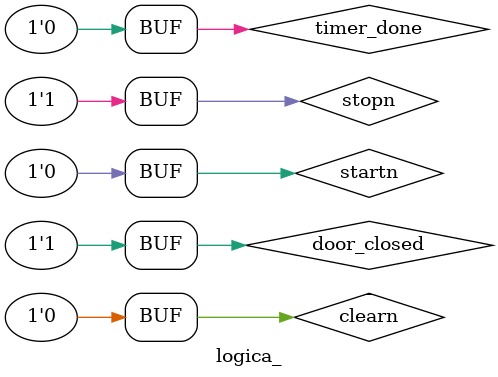
<source format=v>
`timescale 1ps/1ps

module logica_;

reg timer_done;
reg door_closed;
reg clearn;
reg startn;
reg stopn;

logica dut (
        .timer_done(timer_done), .door_closed(door_closed),
        .clearn(clearn), .startn(startn), .stopn(stopn)
);

initial begin

    $dumpfile("ondas.vcd");  
    $dumpvars(0, logica_); 

        timer_done = 0; door_closed = 0; clearn = 1; startn = 1; stopn = 1; 


        timer_done = 0; door_closed = 1; clearn = 1; startn = 0; stopn = 1; 
        #100;

        timer_done = 0; door_closed = 1; clearn = 1; startn = 1; stopn = 1;
        #100;

        timer_done = 1; door_closed = 1; clearn = 1; startn = 1; stopn = 1;
        #100;

        timer_done = 0; door_closed = 0; clearn = 1; startn = 1; stopn = 1;
        #100;

        timer_done = 0; door_closed = 1; clearn = 0; startn = 0; stopn = 1;
        #100;


end

endmodule

</source>
